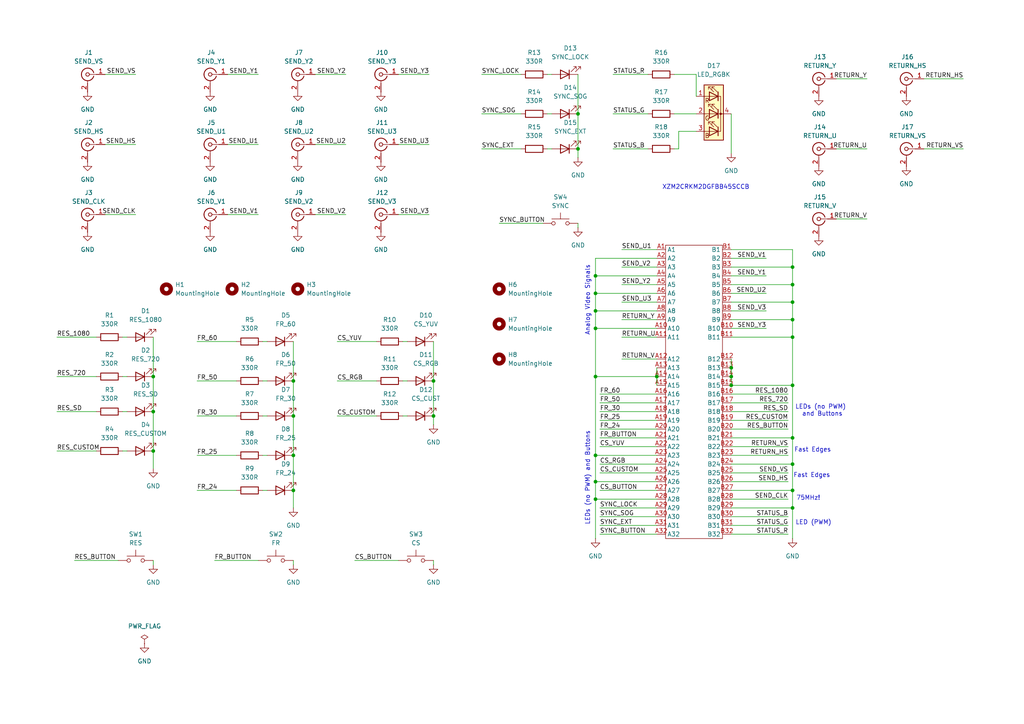
<source format=kicad_sch>
(kicad_sch (version 20250114) (generator "eeschema") (generator_version "9.0")
  (paper "A4")
  (lib_symbols
    (symbol "Connector:Conn_Coaxial" (pin_names (offset 1.016) (hide yes))
      (property "Reference" "J" (at 0.254 3.048 0))
      (property "Value" "Conn_Coaxial" (at 2.921 0 90))
      (symbol "Conn_Coaxial_0_1"
        (polyline (pts (xy -2.54 0) (xy -0.508 0)))
        (arc (start 1.778 0) (mid 0.222 -1.8079) (end -1.778 -0.508) (stroke (width 0.254)))
        (arc (start -1.778 0.508) (mid 0.2221 1.8084) (end 1.778 0) (stroke (width 0.254)))
        (circle (center 0 0) (radius 0.508) (stroke (width 0.2032)))
        (polyline (pts (xy 0 -2.54) (xy 0 -1.778)))
      )
      (symbol "Conn_Coaxial_1_1"
        (pin passive line (at -5.08 0 0) (length 2.54) (name "In") (number "1"))
        (pin passive line (at 0 -5.08 90) (length 2.54) (name "Ext") (number "2"))
      )
    )
    (symbol "Device:LED" (pin_numbers (hide yes)) (pin_names (offset 1.016) (hide yes))
      (property "Reference" "D" (at 0 2.54 0))
      (property "Value" "LED" (at 0 -2.54 0))
      (symbol "LED_0_1"
        (polyline (pts (xy -3.048 -0.762) (xy -4.572 -2.286) (xy -3.81 -2.286) (xy -4.572 -2.286) (xy -4.572 -1.524)))
        (polyline (pts (xy -1.778 -0.762) (xy -3.302 -2.286) (xy -2.54 -2.286) (xy -3.302 -2.286) (xy -3.302 -1.524)))
        (polyline (pts (xy -1.27 0) (xy 1.27 0)))
        (polyline (pts (xy -1.27 -1.27) (xy -1.27 1.27)) (stroke (width 0.254)))
        (polyline (pts (xy 1.27 -1.27) (xy 1.27 1.27) (xy -1.27 0) (xy 1.27 -1.27)) (stroke (width 0.254)))
      )
      (symbol "LED_1_1"
        (pin passive line (at -3.81 0 0) (length 2.54) (name "K") (number "1"))
        (pin passive line (at 3.81 0 180) (length 2.54) (name "A") (number "2"))
      )
    )
    (symbol "Device:LED_RGBK" (pin_names (offset 0) (hide yes))
      (property "Reference" "D" (at 0 9.398 0))
      (property "Value" "LED_RGBK" (at 0 -8.89 0))
      (symbol "LED_RGBK_0_0"
        (text "R" (at 1.905 3.81 0) (effects (font (size 1.27 1.27))))
        (text "G" (at 1.905 -1.27 0) (effects (font (size 1.27 1.27))))
        (text "B" (at 1.905 -6.35 0) (effects (font (size 1.27 1.27))))
      )
      (symbol "LED_RGBK_0_1"
        (circle (center -2.032 0) (radius 0.254) (fill (type outline)))
        (polyline (pts (xy -1.27 6.35) (xy -1.27 3.81)) (stroke (width 0.254)))
        (polyline (pts (xy -1.27 6.35) (xy -1.27 3.81) (xy -1.27 3.81)))
        (polyline (pts (xy -1.27 5.08) (xy 1.27 5.08)))
        (polyline (pts (xy -1.27 5.08) (xy -2.032 5.08) (xy -2.032 -5.08) (xy -1.016 -5.08)))
        (polyline (pts (xy -1.27 1.27) (xy -1.27 -1.27)) (stroke (width 0.254)))
        (polyline (pts (xy -1.27 1.27) (xy -1.27 -1.27) (xy -1.27 -1.27)))
        (polyline (pts (xy -1.27 0) (xy -2.54 0)))
        (polyline (pts (xy -1.27 -3.81) (xy -1.27 -6.35)) (stroke (width 0.254)))
        (polyline (pts (xy -1.27 -5.08) (xy 1.27 -5.08)))
        (polyline (pts (xy -1.016 6.35) (xy 0.508 7.874) (xy -0.254 7.874) (xy 0.508 7.874) (xy 0.508 7.112)))
        (polyline (pts (xy -1.016 1.27) (xy 0.508 2.794) (xy -0.254 2.794) (xy 0.508 2.794) (xy 0.508 2.032)))
        (polyline (pts (xy -1.016 -3.81) (xy 0.508 -2.286) (xy -0.254 -2.286) (xy 0.508 -2.286) (xy 0.508 -3.048)))
        (polyline (pts (xy 0 6.35) (xy 1.524 7.874) (xy 0.762 7.874) (xy 1.524 7.874) (xy 1.524 7.112)))
        (polyline (pts (xy 0 1.27) (xy 1.524 2.794) (xy 0.762 2.794) (xy 1.524 2.794) (xy 1.524 2.032)))
        (polyline (pts (xy 0 -3.81) (xy 1.524 -2.286) (xy 0.762 -2.286) (xy 1.524 -2.286) (xy 1.524 -3.048)))
        (polyline (pts (xy 1.27 6.35) (xy 1.27 3.81) (xy -1.27 5.08) (xy 1.27 6.35)) (stroke (width 0.254)))
        (rectangle (start 1.27 6.35) (end 1.27 6.35))
        (polyline (pts (xy 1.27 5.08) (xy 2.54 5.08)))
        (rectangle (start 1.27 3.81) (end 1.27 6.35))
        (polyline (pts (xy 1.27 1.27) (xy 1.27 -1.27) (xy -1.27 0) (xy 1.27 1.27)) (stroke (width 0.254)))
        (rectangle (start 1.27 1.27) (end 1.27 1.27))
        (polyline (pts (xy 1.27 0) (xy -1.27 0)))
        (polyline (pts (xy 1.27 0) (xy 2.54 0)))
        (rectangle (start 1.27 -1.27) (end 1.27 1.27))
        (polyline (pts (xy 1.27 -3.81) (xy 1.27 -6.35) (xy -1.27 -5.08) (xy 1.27 -3.81)) (stroke (width 0.254)))
        (polyline (pts (xy 1.27 -5.08) (xy 2.54 -5.08)))
        (rectangle (start 2.794 8.382) (end -2.794 -7.62) (stroke (width 0.254)) (fill (type background)))
      )
      (symbol "LED_RGBK_1_1"
        (pin passive line (at -5.08 0 0) (length 2.54) (name "K") (number "4"))
        (pin passive line (at 5.08 5.08 180) (length 2.54) (name "RA") (number "1"))
        (pin passive line (at 5.08 0 180) (length 2.54) (name "GA") (number "2"))
        (pin passive line (at 5.08 -5.08 180) (length 2.54) (name "BA") (number "3"))
      )
    )
    (symbol "Device:R" (pin_numbers (hide yes)) (pin_names (offset 0))
      (property "Reference" "R" (at 2.032 0 90))
      (property "Value" "R" (at 0 0 90))
      (symbol "R_0_1"
        (rectangle (start -1.016 -2.54) (end 1.016 2.54) (stroke (width 0.254)))
      )
      (symbol "R_1_1"
        (pin passive line (at 0 3.81 270) (length 1.27) (name "~") (number "1"))
        (pin passive line (at 0 -3.81 90) (length 1.27) (name "~") (number "2"))
      )
    )
    (symbol "Mechanical:MountingHole" (pin_names (offset 1.016)) (in_bom no)
      (property "Reference" "H" (at 0 5.08 0))
      (property "Value" "MountingHole" (at 0 3.175 0))
      (symbol "MountingHole_0_1"
        (circle (center 0 0) (radius 1.27) (stroke (width 1.27)))
      )
    )
    (symbol "Switch:SW_Push" (pin_numbers (hide yes)) (pin_names (offset 1.016) (hide yes))
      (property "Reference" "SW" (at 1.27 2.54 0))
      (property "Value" "SW_Push" (at 0 -1.524 0))
      (symbol "SW_Push_0_1"
        (circle (center -2.032 0) (radius 0.508))
        (polyline (pts (xy 0 1.27) (xy 0 3.048)))
        (circle (center 2.032 0) (radius 0.508))
        (polyline (pts (xy 2.54 1.27) (xy -2.54 1.27)))
        (pin passive line (at -5.08 0 0) (length 2.54) (name "1") (number "1"))
        (pin passive line (at 5.08 0 180) (length 2.54) (name "2") (number "2"))
      )
    )
    (symbol "power:GND" (power) (pin_numbers (hide yes)) (pin_names (offset 0) (hide yes))
      (property "Value" "GND" (at 0 -3.81 0))
      (symbol "GND_0_1"
        (polyline (pts (xy 0 0) (xy 0 -1.27) (xy 1.27 -1.27) (xy 0 -2.54) (xy -1.27 -1.27) (xy 0 -1.27)))
      )
      (symbol "GND_1_1"
        (pin power_in line (at 0 0 270) (length 0) (name "~") (number "1"))
      )
    )
    (symbol "power:GNDA" (power) (pin_numbers (hide yes)) (pin_names (offset 0) (hide yes))
      (property "Value" "GNDA" (at 0 -3.81 0))
      (symbol "GNDA_0_1"
        (polyline (pts (xy 0 0) (xy 0 -1.27) (xy 1.27 -1.27) (xy 0 -2.54) (xy -1.27 -1.27) (xy 0 -1.27)))
      )
      (symbol "GNDA_1_1"
        (pin power_in line (at 0 0 270) (length 0) (name "~") (number "1"))
      )
    )
    (symbol "power:PWR_FLAG" (power) (pin_numbers (hide yes)) (pin_names (offset 0) (hide yes))
      (property "Value" "PWR_FLAG" (at 0 3.81 0))
      (symbol "PWR_FLAG_0_0"
        (pin power_out line (at 0 0 90) (length 0) (name "~") (number "1"))
      )
      (symbol "PWR_FLAG_0_1"
        (polyline (pts (xy 0 0) (xy 0 1.27) (xy -1.016 1.905) (xy 0 2.54) (xy 1.016 1.905) (xy 0 1.27)))
      )
    )
    (symbol "superchromat:Bus_PCI_Express_x4-SCION"
      (symbol "Bus_PCI_Express_x4-SCION_0_1"
        (rectangle (start -13.97 13.97) (end 2.54 -71.12))
      )
      (symbol "Bus_PCI_Express_x4-SCION_1_1"
        (pin input line (at -16.51 12.7 0) (length 2.54) (name "A1") (number "A1"))
        (pin input line (at -16.51 10.16 0) (length 2.54) (name "A2") (number "A2"))
        (pin input line (at -16.51 7.62 0) (length 2.54) (name "A3") (number "A3"))
        (pin input line (at -16.51 5.08 0) (length 2.54) (name "A4") (number "A4"))
        (pin input line (at -16.51 2.54 0) (length 2.54) (name "A5") (number "A5"))
        (pin input line (at -16.51 0 0) (length 2.54) (name "A6") (number "A6"))
        (pin input line (at -16.51 -2.54 0) (length 2.54) (name "A7") (number "A7"))
        (pin input line (at -16.51 -5.08 0) (length 2.54) (name "A8") (number "A8"))
        (pin input line (at -16.51 -7.62 0) (length 2.54) (name "A9") (number "A9"))
        (pin input line (at -16.51 -10.16 0) (length 2.54) (name "A10") (number "A10"))
        (pin input line (at -16.51 -12.7 0) (length 2.54) (name "A11") (number "A11"))
        (pin input line (at -16.51 -19.05 0) (length 2.54) (name "A12") (number "A12"))
        (pin input line (at -16.51 -21.59 0) (length 2.54) (name "A13") (number "A13"))
        (pin input line (at -16.51 -24.13 0) (length 2.54) (name "A14") (number "A14"))
        (pin input line (at -16.51 -26.67 0) (length 2.54) (name "A15") (number "A15"))
        (pin input line (at -16.51 -29.21 0) (length 2.54) (name "A16") (number "A16"))
        (pin input line (at -16.51 -31.75 0) (length 2.54) (name "A17") (number "A17"))
        (pin input line (at -16.51 -34.29 0) (length 2.54) (name "A18") (number "A18"))
        (pin input line (at -16.51 -36.83 0) (length 2.54) (name "A19") (number "A19"))
        (pin input line (at -16.51 -39.37 0) (length 2.54) (name "A20") (number "A20"))
        (pin input line (at -16.51 -41.91 0) (length 2.54) (name "A21") (number "A21"))
        (pin input line (at -16.51 -44.45 0) (length 2.54) (name "A22") (number "A22"))
        (pin input line (at -16.51 -46.99 0) (length 2.54) (name "A23") (number "A23"))
        (pin input line (at -16.51 -49.53 0) (length 2.54) (name "A24") (number "A24"))
        (pin input line (at -16.51 -52.07 0) (length 2.54) (name "A25") (number "A25"))
        (pin input line (at -16.51 -54.61 0) (length 2.54) (name "A26") (number "A26"))
        (pin input line (at -16.51 -57.15 0) (length 2.54) (name "A27") (number "A27"))
        (pin input line (at -16.51 -59.69 0) (length 2.54) (name "A28") (number "A28"))
        (pin input line (at -16.51 -62.23 0) (length 2.54) (name "A29") (number "A29"))
        (pin input line (at -16.51 -64.77 0) (length 2.54) (name "A30") (number "A30"))
        (pin input line (at -16.51 -67.31 0) (length 2.54) (name "A31") (number "A31"))
        (pin input line (at -16.51 -69.85 0) (length 2.54) (name "A32") (number "A32"))
        (pin input line (at 5.08 12.7 180) (length 2.54) (name "B1") (number "B1"))
        (pin input line (at 5.08 10.16 180) (length 2.54) (name "B2") (number "B2"))
        (pin input line (at 5.08 7.62 180) (length 2.54) (name "B3") (number "B3"))
        (pin input line (at 5.08 5.08 180) (length 2.54) (name "B4") (number "B4"))
        (pin input line (at 5.08 2.54 180) (length 2.54) (name "B5") (number "B5"))
        (pin input line (at 5.08 0 180) (length 2.54) (name "B6") (number "B6"))
        (pin input line (at 5.08 -2.54 180) (length 2.54) (name "B7") (number "B7"))
        (pin input line (at 5.08 -5.08 180) (length 2.54) (name "B8") (number "B8"))
        (pin input line (at 5.08 -7.62 180) (length 2.54) (name "B9") (number "B9"))
        (pin input line (at 5.08 -10.16 180) (length 2.54) (name "B10") (number "B10"))
        (pin input line (at 5.08 -12.7 180) (length 2.54) (name "B11") (number "B11"))
        (pin input line (at 5.08 -19.05 180) (length 2.54) (name "B12") (number "B12"))
        (pin input line (at 5.08 -21.59 180) (length 2.54) (name "B13") (number "B13"))
        (pin input line (at 5.08 -24.13 180) (length 2.54) (name "B14") (number "B14"))
        (pin input line (at 5.08 -26.67 180) (length 2.54) (name "B15") (number "B15"))
        (pin input line (at 5.08 -29.21 180) (length 2.54) (name "B16") (number "B16"))
        (pin input line (at 5.08 -31.75 180) (length 2.54) (name "B17") (number "B17"))
        (pin input line (at 5.08 -34.29 180) (length 2.54) (name "B18") (number "B18"))
        (pin input line (at 5.08 -36.83 180) (length 2.54) (name "B19") (number "B19"))
        (pin input line (at 5.08 -39.37 180) (length 2.54) (name "B20") (number "B20"))
        (pin input line (at 5.08 -41.91 180) (length 2.54) (name "B21") (number "B21"))
        (pin input line (at 5.08 -44.45 180) (length 2.54) (name "B22") (number "B22"))
        (pin input line (at 5.08 -46.99 180) (length 2.54) (name "B23") (number "B23"))
        (pin input line (at 5.08 -49.53 180) (length 2.54) (name "B24") (number "B24"))
        (pin input line (at 5.08 -52.07 180) (length 2.54) (name "B25") (number "B25"))
        (pin input line (at 5.08 -54.61 180) (length 2.54) (name "B26") (number "B26"))
        (pin input line (at 5.08 -57.15 180) (length 2.54) (name "B27") (number "B27"))
        (pin input line (at 5.08 -59.69 180) (length 2.54) (name "B28") (number "B28"))
        (pin input line (at 5.08 -62.23 180) (length 2.54) (name "B29") (number "B29"))
        (pin input line (at 5.08 -64.77 180) (length 2.54) (name "B30") (number "B30"))
        (pin input line (at 5.08 -67.31 180) (length 2.54) (name "B31") (number "B31"))
        (pin input line (at 5.08 -69.85 180) (length 2.54) (name "B32") (number "B32"))
      )
    )
  )
  (text "75MHz!" (at 234.442 144.526 0) (effects (font (size 1.27 1.27))))
  (text "Analog Video Signals" (at 170.434 87.122 90) (effects (font (size 1.27 1.27))))
  (text "LEDs (no PWM) and Buttons" (at 170.434 138.684 90) (effects (font (size 1.27 1.27))))
  (text "LED (PWM)" (at 235.966 151.638 0) (effects (font (size 1.27 1.27))))
  (text "XZM2CRKM2DGFBB45SCCB\n" (at 204.724 54.356 0) (effects (font (size 1.27 1.27))))
  (text "LEDs (no PWM) \nand Buttons" (at 238.506 119.126 0) (effects (font (size 1.27 1.27))))
  (text "Fast Edges" (at 235.712 130.556 0) (effects (font (size 1.27 1.27))))
  (text "Fast Edges" (at 235.458 137.922 0) (effects (font (size 1.27 1.27))))
  (junction (at 229.87 92.71))
  (junction (at 44.45 119.38))
  (junction (at 85.09 120.65))
  (junction (at 229.87 134.62))
  (junction (at 172.72 144.78))
  (junction (at 190.5 109.22))
  (junction (at 229.87 127))
  (junction (at 172.72 80.01))
  (junction (at 85.09 142.24))
  (junction (at 85.09 110.49))
  (junction (at 229.87 111.76))
  (junction (at 125.73 110.49))
  (junction (at 212.09 106.68))
  (junction (at 172.72 109.22))
  (junction (at 85.09 132.08))
  (junction (at 172.72 95.25))
  (junction (at 44.45 130.81))
  (junction (at 172.72 85.09))
  (junction (at 229.87 82.55))
  (junction (at 172.72 139.7))
  (junction (at 229.87 147.32))
  (junction (at 125.73 120.65))
  (junction (at 212.09 111.76))
  (junction (at 229.87 97.79))
  (junction (at 229.87 77.47))
  (junction (at 172.72 132.08))
  (junction (at 229.87 142.24))
  (junction (at 44.45 109.22))
  (junction (at 172.72 90.17))
  (junction (at 167.64 43.18))
  (junction (at 167.64 33.02))
  (junction (at 212.09 109.22))
  (junction (at 229.87 87.63))
  (wire (pts (xy 116.84 110.49) (xy 118.11 110.49)))
  (wire (pts (xy 173.99 119.38) (xy 190.5 119.38)))
  (wire (pts (xy 190.5 106.68) (xy 190.5 109.22)))
  (wire (pts (xy 201.93 21.59) (xy 201.93 27.94)))
  (wire (pts (xy 173.99 154.94) (xy 190.5 154.94)))
  (wire (pts (xy 173.99 114.3) (xy 190.5 114.3)))
  (wire (pts (xy 57.15 142.24) (xy 68.58 142.24)))
  (wire (pts (xy 35.56 109.22) (xy 36.83 109.22)))
  (wire (pts (xy 57.15 132.08) (xy 68.58 132.08)))
  (wire (pts (xy 66.04 62.23) (xy 74.93 62.23)))
  (wire (pts (xy 167.64 64.77) (xy 167.64 66.04)))
  (wire (pts (xy 180.34 82.55) (xy 190.5 82.55)))
  (wire (pts (xy 44.45 97.79) (xy 44.45 109.22)))
  (wire (pts (xy 172.72 132.08) (xy 172.72 139.7)))
  (wire (pts (xy 173.99 142.24) (xy 190.5 142.24)))
  (wire (pts (xy 158.75 21.59) (xy 160.02 21.59)))
  (wire (pts (xy 212.09 132.08) (xy 228.6 132.08)))
  (wire (pts (xy 212.09 104.14) (xy 212.09 106.68)))
  (wire (pts (xy 44.45 119.38) (xy 44.45 130.81)))
  (wire (pts (xy 16.51 109.22) (xy 27.94 109.22)))
  (wire (pts (xy 229.87 87.63) (xy 229.87 92.71)))
  (wire (pts (xy 229.87 72.39) (xy 229.87 77.47)))
  (wire (pts (xy 158.75 43.18) (xy 160.02 43.18)))
  (wire (pts (xy 267.97 22.86) (xy 279.4 22.86)))
  (wire (pts (xy 172.72 90.17) (xy 190.5 90.17)))
  (wire (pts (xy 125.73 99.06) (xy 125.73 110.49)))
  (wire (pts (xy 97.79 99.06) (xy 109.22 99.06)))
  (wire (pts (xy 44.45 130.81) (xy 44.45 135.89)))
  (wire (pts (xy 173.99 129.54) (xy 190.5 129.54)))
  (wire (pts (xy 212.09 77.47) (xy 229.87 77.47)))
  (wire (pts (xy 85.09 142.24) (xy 85.09 147.32)))
  (wire (pts (xy 195.58 43.18) (xy 196.85 43.18)))
  (wire (pts (xy 91.44 21.59) (xy 100.33 21.59)))
  (wire (pts (xy 167.64 21.59) (xy 167.64 33.02)))
  (wire (pts (xy 212.09 106.68) (xy 212.09 109.22)))
  (wire (pts (xy 212.09 82.55) (xy 229.87 82.55)))
  (wire (pts (xy 30.48 62.23) (xy 39.37 62.23)))
  (wire (pts (xy 115.57 21.59) (xy 124.46 21.59)))
  (wire (pts (xy 229.87 134.62) (xy 229.87 142.24)))
  (wire (pts (xy 44.45 109.22) (xy 44.45 119.38)))
  (wire (pts (xy 212.09 149.86) (xy 228.6 149.86)))
  (wire (pts (xy 97.79 120.65) (xy 109.22 120.65)))
  (wire (pts (xy 212.09 72.39) (xy 229.87 72.39)))
  (wire (pts (xy 172.72 80.01) (xy 172.72 74.93)))
  (wire (pts (xy 35.56 119.38) (xy 36.83 119.38)))
  (wire (pts (xy 173.99 152.4) (xy 190.5 152.4)))
  (wire (pts (xy 212.09 114.3) (xy 228.6 114.3)))
  (wire (pts (xy 172.72 85.09) (xy 190.5 85.09)))
  (wire (pts (xy 229.87 127) (xy 212.09 127)))
  (wire (pts (xy 57.15 120.65) (xy 68.58 120.65)))
  (wire (pts (xy 212.09 116.84) (xy 228.6 116.84)))
  (wire (pts (xy 212.09 152.4) (xy 228.6 152.4)))
  (wire (pts (xy 190.5 95.25) (xy 172.72 95.25)))
  (wire (pts (xy 196.85 43.18) (xy 196.85 38.1)))
  (wire (pts (xy 172.72 80.01) (xy 190.5 80.01)))
  (wire (pts (xy 212.09 87.63) (xy 229.87 87.63)))
  (wire (pts (xy 167.64 33.02) (xy 167.64 43.18)))
  (wire (pts (xy 116.84 99.06) (xy 118.11 99.06)))
  (wire (pts (xy 180.34 72.39) (xy 190.5 72.39)))
  (wire (pts (xy 172.72 74.93) (xy 190.5 74.93)))
  (wire (pts (xy 229.87 111.76) (xy 229.87 127)))
  (wire (pts (xy 242.57 22.86) (xy 251.46 22.86)))
  (wire (pts (xy 16.51 130.81) (xy 27.94 130.81)))
  (wire (pts (xy 172.72 90.17) (xy 172.72 95.25)))
  (wire (pts (xy 172.72 139.7) (xy 190.5 139.7)))
  (wire (pts (xy 173.99 124.46) (xy 190.5 124.46)))
  (wire (pts (xy 66.04 21.59) (xy 74.93 21.59)))
  (wire (pts (xy 212.09 85.09) (xy 222.25 85.09)))
  (wire (pts (xy 91.44 41.91) (xy 100.33 41.91)))
  (wire (pts (xy 57.15 110.49) (xy 68.58 110.49)))
  (wire (pts (xy 195.58 33.02) (xy 201.93 33.02)))
  (wire (pts (xy 173.99 147.32) (xy 190.5 147.32)))
  (wire (pts (xy 97.79 110.49) (xy 109.22 110.49)))
  (wire (pts (xy 102.87 162.56) (xy 115.57 162.56)))
  (wire (pts (xy 173.99 121.92) (xy 190.5 121.92)))
  (wire (pts (xy 196.85 38.1) (xy 201.93 38.1)))
  (wire (pts (xy 85.09 132.08) (xy 85.09 142.24)))
  (wire (pts (xy 172.72 139.7) (xy 172.72 144.78)))
  (wire (pts (xy 212.09 144.78) (xy 228.6 144.78)))
  (wire (pts (xy 167.64 43.18) (xy 167.64 45.72)))
  (wire (pts (xy 212.09 90.17) (xy 222.25 90.17)))
  (wire (pts (xy 172.72 144.78) (xy 172.72 156.21)))
  (wire (pts (xy 190.5 109.22) (xy 172.72 109.22)))
  (wire (pts (xy 62.23 162.56) (xy 74.93 162.56)))
  (wire (pts (xy 180.34 87.63) (xy 190.5 87.63)))
  (wire (pts (xy 16.51 119.38) (xy 27.94 119.38)))
  (wire (pts (xy 76.2 132.08) (xy 77.47 132.08)))
  (wire (pts (xy 172.72 95.25) (xy 172.72 109.22)))
  (wire (pts (xy 177.8 33.02) (xy 187.96 33.02)))
  (wire (pts (xy 229.87 82.55) (xy 229.87 87.63)))
  (wire (pts (xy 76.2 99.06) (xy 77.47 99.06)))
  (wire (pts (xy 172.72 90.17) (xy 172.72 85.09)))
  (wire (pts (xy 125.73 162.56) (xy 125.73 163.83)))
  (wire (pts (xy 229.87 142.24) (xy 229.87 147.32)))
  (wire (pts (xy 190.5 109.22) (xy 190.5 111.76)))
  (wire (pts (xy 91.44 62.23) (xy 100.33 62.23)))
  (wire (pts (xy 195.58 21.59) (xy 201.93 21.59)))
  (wire (pts (xy 229.87 77.47) (xy 229.87 82.55)))
  (wire (pts (xy 229.87 156.21) (xy 229.87 147.32)))
  (wire (pts (xy 16.51 97.79) (xy 27.94 97.79)))
  (wire (pts (xy 30.48 41.91) (xy 39.37 41.91)))
  (wire (pts (xy 173.99 137.16) (xy 190.5 137.16)))
  (wire (pts (xy 76.2 110.49) (xy 77.47 110.49)))
  (wire (pts (xy 180.34 104.14) (xy 190.5 104.14)))
  (wire (pts (xy 76.2 142.24) (xy 77.47 142.24)))
  (wire (pts (xy 115.57 41.91) (xy 124.46 41.91)))
  (wire (pts (xy 139.7 33.02) (xy 151.13 33.02)))
  (wire (pts (xy 172.72 85.09) (xy 172.72 80.01)))
  (wire (pts (xy 173.99 127) (xy 190.5 127)))
  (wire (pts (xy 212.09 80.01) (xy 222.25 80.01)))
  (wire (pts (xy 139.7 21.59) (xy 151.13 21.59)))
  (wire (pts (xy 158.75 33.02) (xy 160.02 33.02)))
  (wire (pts (xy 35.56 130.81) (xy 36.83 130.81)))
  (wire (pts (xy 177.8 43.18) (xy 187.96 43.18)))
  (wire (pts (xy 177.8 21.59) (xy 187.96 21.59)))
  (wire (pts (xy 30.48 21.59) (xy 39.37 21.59)))
  (wire (pts (xy 212.09 137.16) (xy 228.6 137.16)))
  (wire (pts (xy 212.09 147.32) (xy 229.87 147.32)))
  (wire (pts (xy 115.57 62.23) (xy 124.46 62.23)))
  (wire (pts (xy 229.87 92.71) (xy 229.87 97.79)))
  (wire (pts (xy 212.09 97.79) (xy 229.87 97.79)))
  (wire (pts (xy 172.72 144.78) (xy 190.5 144.78)))
  (wire (pts (xy 173.99 134.62) (xy 190.5 134.62)))
  (wire (pts (xy 144.78 64.77) (xy 157.48 64.77)))
  (wire (pts (xy 44.45 162.56) (xy 44.45 163.83)))
  (wire (pts (xy 85.09 110.49) (xy 85.09 120.65)))
  (wire (pts (xy 35.56 97.79) (xy 36.83 97.79)))
  (wire (pts (xy 172.72 109.22) (xy 172.72 132.08)))
  (wire (pts (xy 173.99 149.86) (xy 190.5 149.86)))
  (wire (pts (xy 85.09 120.65) (xy 85.09 132.08)))
  (wire (pts (xy 212.09 129.54) (xy 228.6 129.54)))
  (wire (pts (xy 125.73 120.65) (xy 125.73 123.19)))
  (wire (pts (xy 212.09 139.7) (xy 228.6 139.7)))
  (wire (pts (xy 125.73 110.49) (xy 125.73 120.65)))
  (wire (pts (xy 229.87 97.79) (xy 229.87 111.76)))
  (wire (pts (xy 180.34 77.47) (xy 190.5 77.47)))
  (wire (pts (xy 212.09 121.92) (xy 228.6 121.92)))
  (wire (pts (xy 116.84 120.65) (xy 118.11 120.65)))
  (wire (pts (xy 180.34 97.79) (xy 190.5 97.79)))
  (wire (pts (xy 173.99 116.84) (xy 190.5 116.84)))
  (wire (pts (xy 212.09 95.25) (xy 222.25 95.25)))
  (wire (pts (xy 180.34 92.71) (xy 190.5 92.71)))
  (wire (pts (xy 229.87 134.62) (xy 229.87 127)))
  (wire (pts (xy 212.09 119.38) (xy 228.6 119.38)))
  (wire (pts (xy 212.09 74.93) (xy 222.25 74.93)))
  (wire (pts (xy 212.09 33.02) (xy 212.09 44.45)))
  (wire (pts (xy 139.7 43.18) (xy 151.13 43.18)))
  (wire (pts (xy 57.15 99.06) (xy 68.58 99.06)))
  (wire (pts (xy 85.09 162.56) (xy 85.09 163.83)))
  (wire (pts (xy 242.57 63.5) (xy 251.46 63.5)))
  (wire (pts (xy 212.09 154.94) (xy 228.6 154.94)))
  (wire (pts (xy 212.09 109.22) (xy 212.09 111.76)))
  (wire (pts (xy 267.97 43.18) (xy 279.4 43.18)))
  (wire (pts (xy 212.09 92.71) (xy 229.87 92.71)))
  (wire (pts (xy 212.09 124.46) (xy 228.6 124.46)))
  (wire (pts (xy 76.2 120.65) (xy 77.47 120.65)))
  (wire (pts (xy 212.09 111.76) (xy 229.87 111.76)))
  (wire (pts (xy 212.09 134.62) (xy 229.87 134.62)))
  (wire (pts (xy 85.09 99.06) (xy 85.09 110.49)))
  (wire (pts (xy 66.04 41.91) (xy 74.93 41.91)))
  (wire (pts (xy 212.09 142.24) (xy 229.87 142.24)))
  (wire (pts (xy 21.59 162.56) (xy 34.29 162.56)))
  (wire (pts (xy 242.57 43.18) (xy 251.46 43.18)))
  (wire (pts (xy 172.72 132.08) (xy 190.5 132.08)))
  (label "CS_BUTTON" (at 102.87 162.56 0))
  (label "FR_25" (at 57.15 132.08 0))
  (label "FR_60" (at 173.99 114.3 0))
  (label "CS_CUSTOM" (at 173.99 137.16 0))
  (label "FR_24" (at 57.15 142.24 0))
  (label "RETURN_U" (at 251.46 43.18 180))
  (label "STATUS_B" (at 228.6 149.86 180))
  (label "RES_BUTTON" (at 21.59 162.56 0))
  (label "CS_RGB" (at 97.79 110.49 0))
  (label "SEND_VS" (at 39.37 21.59 180))
  (label "FR_50" (at 57.15 110.49 0))
  (label "SEND_U1" (at 180.34 72.39 0))
  (label "SEND_Y1" (at 74.93 21.59 180))
  (label "RES_720" (at 16.51 109.22 0))
  (label "SEND_U3" (at 124.46 41.91 180))
  (label "CS_YUV" (at 173.99 129.54 0))
  (label "RETURN_VS" (at 228.6 129.54 180))
  (label "FR_60" (at 57.15 99.06 0))
  (label "SEND_U2" (at 222.25 85.09 180))
  (label "STATUS_B" (at 177.8 43.18 0))
  (label "SEND_Y2" (at 180.34 82.55 0))
  (label "SEND_V1" (at 74.93 62.23 180))
  (label "SEND_HS" (at 228.6 139.7 180))
  (label "RETURN_U" (at 180.34 97.79 0))
  (label "SEND_U3" (at 180.34 87.63 0))
  (label "SEND_U1" (at 74.93 41.91 180))
  (label "FR_30" (at 173.99 119.38 0))
  (label "CS_BUTTON" (at 173.99 142.24 0))
  (label "STATUS_R" (at 177.8 21.59 0))
  (label "RES_1080" (at 228.6 114.3 180))
  (label "SEND_U2" (at 100.33 41.91 180))
  (label "RETURN_Y" (at 251.46 22.86 180))
  (label "SEND_Y3" (at 222.25 95.25 180))
  (label "RES_BUTTON" (at 228.6 124.46 180))
  (label "RETURN_HS" (at 228.6 132.08 180))
  (label "SYNC_EXT" (at 139.7 43.18 0))
  (label "CS_CUSTOM" (at 97.79 120.65 0))
  (label "RES_CUSTOM" (at 16.51 130.81 0))
  (label "STATUS_G" (at 228.6 152.4 180))
  (label "SEND_Y3" (at 124.46 21.59 180))
  (label "SEND_V2" (at 180.34 77.47 0))
  (label "SEND_V3" (at 222.25 90.17 180))
  (label "SYNC_LOCK" (at 139.7 21.59 0))
  (label "SEND_V2" (at 100.33 62.23 180))
  (label "FR_BUTTON" (at 62.23 162.56 0))
  (label "SEND_CLK" (at 228.6 144.78 180))
  (label "SEND_Y1" (at 222.25 80.01 180))
  (label "SEND_V1" (at 222.25 74.93 180))
  (label "SYNC_EXT" (at 173.99 152.4 0))
  (label "CS_RGB" (at 173.99 134.62 0))
  (label "SEND_VS" (at 228.6 137.16 180))
  (label "SEND_Y2" (at 100.33 21.59 180))
  (label "SYNC_BUTTON" (at 173.99 154.94 0))
  (label "RETURN_V" (at 251.46 63.5 180))
  (label "FR_BUTTON" (at 173.99 127 0))
  (label "FR_24" (at 173.99 124.46 0))
  (label "RETURN_VS" (at 279.4 43.18 180))
  (label "RES_720" (at 228.6 116.84 180))
  (label "STATUS_G" (at 177.8 33.02 0))
  (label "SYNC_SOG" (at 173.99 149.86 0))
  (label "SEND_HS" (at 39.37 41.91 180))
  (label "RES_1080" (at 16.51 97.79 0))
  (label "SEND_V3" (at 124.46 62.23 180))
  (label "SYNC_SOG" (at 139.7 33.02 0))
  (label "FR_50" (at 173.99 116.84 0))
  (label "CS_YUV" (at 97.79 99.06 0))
  (label "RES_SD" (at 16.51 119.38 0))
  (label "RETURN_V" (at 180.34 104.14 0))
  (label "FR_30" (at 57.15 120.65 0))
  (label "STATUS_R" (at 228.6 154.94 180))
  (label "SYNC_LOCK" (at 173.99 147.32 0))
  (label "RETURN_HS" (at 279.4 22.86 180))
  (label "RETURN_Y" (at 180.34 92.71 0))
  (label "SYNC_BUTTON" (at 144.78 64.77 0))
  (label "RES_CUSTOM" (at 228.6 121.92 180))
  (label "RES_SD" (at 228.6 119.38 180))
  (label "FR_25" (at 173.99 121.92 0))
  (label "SEND_CLK" (at 39.37 62.23 180))
  (symbol (lib_id "Device:R") (at 72.39 110.49 90) (unit 1)
    (property "Reference" "R6" (at 72.39 104.14 90))
    (property "Value" "330R" (at 72.39 106.68 90))
    (property "Footprint" "Resistor_SMD:R_0402_1005Metric" (effects (hide yes)))
    (property "Description" "Resistor" (effects (hide yes)))
  )
  (symbol (lib_id "Device:R") (at 72.39 132.08 90) (unit 1)
    (property "Reference" "R8" (at 72.39 125.73 90))
    (property "Value" "330R" (at 72.39 128.27 90))
    (property "Footprint" "Resistor_SMD:R_0402_1005Metric" (effects (hide yes)))
    (property "Description" "Resistor" (effects (hide yes)))
  )
  (symbol (lib_id "Device:R") (at 154.94 33.02 90) (unit 1)
    (property "Reference" "R14" (at 154.94 26.67 90))
    (property "Value" "330R" (at 154.94 29.21 90))
    (property "Footprint" "Resistor_SMD:R_0402_1005Metric" (effects (hide yes)))
    (property "Description" "Resistor" (effects (hide yes)))
  )
  (symbol (lib_id "power:GNDA") (at 110.49 26.67 0) (unit 1)
    (property "Reference" "#PWR010" (effects (hide yes)))
    (property "Value" "GND" (at 110.49 31.75 0))
    (property "Description" "Power symbol creates a global label with name \"GNDA\" , analog ground" (effects (hide yes)))
  )
  (symbol (lib_id "power:GNDA") (at 110.49 67.31 0) (unit 1)
    (property "Reference" "#PWR012" (effects (hide yes)))
    (property "Value" "GND" (at 110.49 72.39 0))
    (property "Description" "Power symbol creates a global label with name \"GNDA\" , analog ground" (effects (hide yes)))
  )
  (symbol (lib_id "power:GND") (at 125.73 163.83 0) (unit 1)
    (property "Reference" "#PWR027" (effects (hide yes)))
    (property "Value" "GND" (at 125.73 168.91 0))
    (property "Description" "Power symbol creates a global label with name \"GND\" , ground" (effects (hide yes)))
  )
  (symbol (lib_id "Device:LED") (at 81.28 120.65 180) (unit 1)
    (property "Reference" "D7" (at 82.8675 113.03 0))
    (property "Value" "FR_30" (at 82.8675 115.57 0))
    (property "Footprint" "LED_SMD:LED_0805_2012Metric" (effects (hide yes)))
    (property "Description" "Light emitting diode" (effects (hide yes)))
    (property "Sim.Pins" "1=K 2=A" (effects (hide yes)))
  )
  (symbol (lib_id "Device:R") (at 113.03 99.06 90) (unit 1)
    (property "Reference" "R10" (at 113.03 92.71 90))
    (property "Value" "330R" (at 113.03 95.25 90))
    (property "Footprint" "Resistor_SMD:R_0402_1005Metric" (effects (hide yes)))
    (property "Description" "Resistor" (effects (hide yes)))
  )
  (symbol (lib_id "Connector:Conn_Coaxial") (at 262.89 22.86 0) (mirror y) (unit 1)
    (property "Reference" "J16" (at 263.2074 16.51 0))
    (property "Value" "RETURN_HS" (at 263.2074 19.05 0))
    (property "Footprint" "DIN7A-J-P-GF-ST-TH1:SAMTEC_DIN7A-J-P-GF-ST-TH1" (effects (hide yes)))
    (property "Description" "coaxial connector (BNC, SMA, SMB, SMC, Cinch/RCA, LEMO, ...)" (effects (hide yes)))
  )
  (symbol (lib_id "Connector:Conn_Coaxial") (at 60.96 62.23 0) (mirror y) (unit 1)
    (property "Reference" "J6" (at 61.2774 55.88 0))
    (property "Value" "SEND_V1" (at 61.2774 58.42 0))
    (property "Footprint" "DIN7A-J-P-GF-ST-TH1:SAMTEC_DIN7A-J-P-GF-ST-TH1" (effects (hide yes)))
    (property "Description" "coaxial connector (BNC, SMA, SMB, SMC, Cinch/RCA, LEMO, ...)" (effects (hide yes)))
  )
  (symbol (lib_id "power:PWR_FLAG") (at 41.91 186.69 0) (unit 1)
    (property "Reference" "#FLG03" (effects (hide yes)))
    (property "Value" "PWR_FLAG" (at 41.91 181.61 0))
    (property "Description" "Special symbol for telling ERC where power comes from" (effects (hide yes)))
  )
  (symbol (lib_id "Connector:Conn_Coaxial") (at 60.96 21.59 0) (mirror y) (unit 1)
    (property "Reference" "J4" (at 61.2774 15.24 0))
    (property "Value" "SEND_Y1" (at 61.2774 17.78 0))
    (property "Footprint" "DIN7A-J-P-GF-ST-TH1:SAMTEC_DIN7A-J-P-GF-ST-TH1" (effects (hide yes)))
    (property "Description" "coaxial connector (BNC, SMA, SMB, SMC, Cinch/RCA, LEMO, ...)" (effects (hide yes)))
  )
  (symbol (lib_id "Device:LED") (at 121.92 99.06 180) (unit 1)
    (property "Reference" "D10" (at 123.5075 91.44 0))
    (property "Value" "CS_YUV" (at 123.5075 93.98 0))
    (property "Footprint" "LED_SMD:LED_0805_2012Metric" (effects (hide yes)))
    (property "Description" "Light emitting diode" (effects (hide yes)))
    (property "Sim.Pins" "1=K 2=A" (effects (hide yes)))
  )
  (symbol (lib_id "Device:R") (at 191.77 43.18 90) (unit 1)
    (property "Reference" "R18" (at 191.77 36.83 90))
    (property "Value" "330R" (at 191.77 39.37 90))
    (property "Footprint" "Resistor_SMD:R_0402_1005Metric" (effects (hide yes)))
    (property "Description" "Resistor" (effects (hide yes)))
  )
  (symbol (lib_id "Connector:Conn_Coaxial") (at 262.89 43.18 0) (mirror y) (unit 1)
    (property "Reference" "J17" (at 263.2074 36.83 0))
    (property "Value" "RETURN_VS" (at 263.2074 39.37 0))
    (property "Footprint" "DIN7A-J-P-GF-ST-TH1:SAMTEC_DIN7A-J-P-GF-ST-TH1" (effects (hide yes)))
    (property "Description" "coaxial connector (BNC, SMA, SMB, SMC, Cinch/RCA, LEMO, ...)" (effects (hide yes)))
  )
  (symbol (lib_id "Switch:SW_Push") (at 80.01 162.56 0) (unit 1)
    (property "Reference" "SW2" (at 80.01 154.94 0))
    (property "Value" "FR" (at 80.01 157.48 0))
    (property "Footprint" "Button_Switch_SMD:SW_SPST_Omron_B3FS-105xP" (effects (hide yes)))
    (property "Description" "Push button switch, generic, two pins" (effects (hide yes)))
  )
  (symbol (lib_id "power:GND") (at 262.89 48.26 0) (unit 1)
    (property "Reference" "#PWR039" (effects (hide yes)))
    (property "Value" "GND" (at 262.89 53.34 0))
    (property "Description" "Power symbol creates a global label with name \"GND\" , ground" (effects (hide yes)))
  )
  (symbol (lib_id "Connector:Conn_Coaxial") (at 25.4 21.59 0) (mirror y) (unit 1)
    (property "Reference" "J1" (at 25.7174 15.24 0))
    (property "Value" "SEND_VS" (at 25.7174 17.78 0))
    (property "Footprint" "DIN7A-J-P-GF-ST-TH1:SAMTEC_DIN7A-J-P-GF-ST-TH1" (effects (hide yes)))
    (property "Description" "coaxial connector (BNC, SMA, SMB, SMC, Cinch/RCA, LEMO, ...)" (effects (hide yes)))
  )
  (symbol (lib_id "Device:R") (at 72.39 120.65 90) (unit 1)
    (property "Reference" "R7" (at 72.39 114.3 90))
    (property "Value" "330R" (at 72.39 116.84 90))
    (property "Footprint" "Resistor_SMD:R_0402_1005Metric" (effects (hide yes)))
    (property "Description" "Resistor" (effects (hide yes)))
  )
  (symbol (lib_id "Device:R") (at 31.75 119.38 90) (unit 1)
    (property "Reference" "R3" (at 31.75 113.03 90))
    (property "Value" "330R" (at 31.75 115.57 90))
    (property "Footprint" "Resistor_SMD:R_0402_1005Metric" (effects (hide yes)))
    (property "Description" "Resistor" (effects (hide yes)))
  )
  (symbol (lib_id "Device:R") (at 154.94 43.18 90) (unit 1)
    (property "Reference" "R15" (at 154.94 36.83 90))
    (property "Value" "330R" (at 154.94 39.37 90))
    (property "Footprint" "Resistor_SMD:R_0402_1005Metric" (effects (hide yes)))
    (property "Description" "Resistor" (effects (hide yes)))
  )
  (symbol (lib_id "Device:R") (at 191.77 33.02 90) (unit 1)
    (property "Reference" "R17" (at 191.77 26.67 90))
    (property "Value" "330R" (at 191.77 29.21 90))
    (property "Footprint" "Resistor_SMD:R_0402_1005Metric" (effects (hide yes)))
    (property "Description" "Resistor" (effects (hide yes)))
  )
  (symbol (lib_id "Device:LED") (at 81.28 132.08 180) (unit 1)
    (property "Reference" "D8" (at 82.8675 124.46 0))
    (property "Value" "FR_25" (at 82.8675 127 0))
    (property "Footprint" "LED_SMD:LED_0805_2012Metric" (effects (hide yes)))
    (property "Description" "Light emitting diode" (effects (hide yes)))
    (property "Sim.Pins" "1=K 2=A" (effects (hide yes)))
  )
  (symbol (lib_id "power:GND") (at 125.73 123.19 0) (unit 1)
    (property "Reference" "#PWR019" (effects (hide yes)))
    (property "Value" "GND" (at 125.73 128.27 0))
    (property "Description" "Power symbol creates a global label with name \"GND\" , ground" (effects (hide yes)))
  )
  (symbol (lib_id "Device:LED") (at 121.92 110.49 180) (unit 1)
    (property "Reference" "D11" (at 123.5075 102.87 0))
    (property "Value" "CS_RGB" (at 123.5075 105.41 0))
    (property "Footprint" "LED_SMD:LED_0805_2012Metric" (effects (hide yes)))
    (property "Description" "Light emitting diode" (effects (hide yes)))
    (property "Sim.Pins" "1=K 2=A" (effects (hide yes)))
  )
  (symbol (lib_id "Device:R") (at 113.03 110.49 90) (unit 1)
    (property "Reference" "R11" (at 113.03 104.14 90))
    (property "Value" "330R" (at 113.03 106.68 90))
    (property "Footprint" "Resistor_SMD:R_0402_1005Metric" (effects (hide yes)))
    (property "Description" "Resistor" (effects (hide yes)))
  )
  (symbol (lib_id "superchromat:Bus_PCI_Express_x4-SCION") (at 207.01 85.09 0) (unit 1)
    (property "Reference" "J18" (effects (hide yes)))
    (property "Value" "Bus_PCI_Express_x4-SCION" (effects (hide yes)))
    (property "Footprint" "Connector_PCBEdge:BUS_PCIexpress_x4" (effects (hide yes)))
    (property "Description" "PCI Express bus connector x4" (effects (hide yes)))
  )
  (symbol (lib_id "Device:R") (at 113.03 120.65 90) (unit 1)
    (property "Reference" "R12" (at 113.03 114.3 90))
    (property "Value" "330R" (at 113.03 116.84 90))
    (property "Footprint" "Resistor_SMD:R_0402_1005Metric" (effects (hide yes)))
    (property "Description" "Resistor" (effects (hide yes)))
  )
  (symbol (lib_id "Device:LED") (at 40.64 119.38 180) (unit 1)
    (property "Reference" "D3" (at 42.2275 111.76 0))
    (property "Value" "RES_SD" (at 42.2275 114.3 0))
    (property "Footprint" "LED_SMD:LED_0805_2012Metric" (effects (hide yes)))
    (property "Description" "Light emitting diode" (effects (hide yes)))
    (property "Sim.Pins" "1=K 2=A" (effects (hide yes)))
  )
  (symbol (lib_id "power:GNDA") (at 86.36 67.31 0) (unit 1)
    (property "Reference" "#PWR09" (effects (hide yes)))
    (property "Value" "GND" (at 86.36 72.39 0))
    (property "Description" "Power symbol creates a global label with name \"GNDA\" , analog ground" (effects (hide yes)))
  )
  (symbol (lib_id "power:GND") (at 167.64 66.04 0) (unit 1)
    (property "Reference" "#PWR028" (effects (hide yes)))
    (property "Value" "GND" (at 167.64 71.12 0))
    (property "Description" "Power symbol creates a global label with name \"GND\" , ground" (effects (hide yes)))
  )
  (symbol (lib_id "Switch:SW_Push") (at 120.65 162.56 0) (unit 1)
    (property "Reference" "SW3" (at 120.65 154.94 0))
    (property "Value" "CS" (at 120.65 157.48 0))
    (property "Footprint" "Button_Switch_SMD:SW_SPST_Omron_B3FS-105xP" (effects (hide yes)))
    (property "Description" "Push button switch, generic, two pins" (effects (hide yes)))
  )
  (symbol (lib_id "power:GND") (at 44.45 163.83 0) (unit 1)
    (property "Reference" "#PWR036" (effects (hide yes)))
    (property "Value" "GND" (at 44.45 168.91 0))
    (property "Description" "Power symbol creates a global label with name \"GND\" , ground" (effects (hide yes)))
  )
  (symbol (lib_id "power:GNDA") (at 86.36 26.67 0) (unit 1)
    (property "Reference" "#PWR07" (effects (hide yes)))
    (property "Value" "GND" (at 86.36 31.75 0))
    (property "Description" "Power symbol creates a global label with name \"GNDA\" , analog ground" (effects (hide yes)))
  )
  (symbol (lib_id "Device:LED") (at 81.28 110.49 180) (unit 1)
    (property "Reference" "D6" (at 82.8675 102.87 0))
    (property "Value" "FR_50" (at 82.8675 105.41 0))
    (property "Footprint" "LED_SMD:LED_0805_2012Metric" (effects (hide yes)))
    (property "Description" "Light emitting diode" (effects (hide yes)))
    (property "Sim.Pins" "1=K 2=A" (effects (hide yes)))
  )
  (symbol (lib_id "power:GNDA") (at 60.96 67.31 0) (unit 1)
    (property "Reference" "#PWR06" (effects (hide yes)))
    (property "Value" "GND" (at 60.96 72.39 0))
    (property "Description" "Power symbol creates a global label with name \"GNDA\" , analog ground" (effects (hide yes)))
  )
  (symbol (lib_id "power:GND") (at 85.09 163.83 0) (unit 1)
    (property "Reference" "#PWR026" (effects (hide yes)))
    (property "Value" "GND" (at 85.09 168.91 0))
    (property "Description" "Power symbol creates a global label with name \"GND\" , ground" (effects (hide yes)))
  )
  (symbol (lib_id "Mechanical:MountingHole") (at 144.78 104.14 0) (unit 1) (in_bom no)
    (property "Reference" "H8" (at 147.32 102.8699 0) (effects (justify left)))
    (property "Value" "MountingHole" (at 147.32 105.4099 0) (effects (justify left)))
    (property "Footprint" "MountingHole:MountingHole_2.2mm_M2" (effects (hide yes)))
    (property "Description" "Mounting Hole without connection" (effects (hide yes)))
  )
  (symbol (lib_id "Connector:Conn_Coaxial") (at 110.49 21.59 0) (mirror y) (unit 1)
    (property "Reference" "J10" (at 110.8074 15.24 0))
    (property "Value" "SEND_Y3" (at 110.8074 17.78 0))
    (property "Footprint" "DIN7A-J-P-GF-ST-TH1:SAMTEC_DIN7A-J-P-GF-ST-TH1" (effects (hide yes)))
    (property "Description" "coaxial connector (BNC, SMA, SMB, SMC, Cinch/RCA, LEMO, ...)" (effects (hide yes)))
  )
  (symbol (lib_id "power:GNDA") (at 25.4 26.67 0) (unit 1)
    (property "Reference" "#PWR01" (effects (hide yes)))
    (property "Value" "GND" (at 25.4 31.75 0))
    (property "Description" "Power symbol creates a global label with name \"GNDA\" , analog ground" (effects (hide yes)))
  )
  (symbol (lib_id "power:GND") (at 172.72 156.21 0) (unit 1)
    (property "Reference" "#PWR024" (effects (hide yes)))
    (property "Value" "GND" (at 172.72 161.29 0))
    (property "Description" "Power symbol creates a global label with name \"GND\" , ground" (effects (hide yes)))
  )
  (symbol (lib_id "power:GNDA") (at 25.4 67.31 0) (unit 1)
    (property "Reference" "#PWR03" (effects (hide yes)))
    (property "Value" "GND" (at 25.4 72.39 0))
    (property "Description" "Power symbol creates a global label with name \"GNDA\" , analog ground" (effects (hide yes)))
  )
  (symbol (lib_id "power:GNDA") (at 60.96 26.67 0) (unit 1)
    (property "Reference" "#PWR04" (effects (hide yes)))
    (property "Value" "GND" (at 60.96 31.75 0))
    (property "Description" "Power symbol creates a global label with name \"GNDA\" , analog ground" (effects (hide yes)))
  )
  (symbol (lib_id "power:GND") (at 212.09 44.45 0) (unit 1)
    (property "Reference" "#PWR025" (effects (hide yes)))
    (property "Value" "GND" (at 212.09 49.53 0))
    (property "Description" "Power symbol creates a global label with name \"GND\" , ground" (effects (hide yes)))
  )
  (symbol (lib_id "Mechanical:MountingHole") (at 144.78 83.82 0) (unit 1) (in_bom no)
    (property "Reference" "H6" (at 147.32 82.5499 0) (effects (justify left)))
    (property "Value" "MountingHole" (at 147.32 85.0899 0) (effects (justify left)))
    (property "Footprint" "MountingHole:MountingHole_2.2mm_M2" (effects (hide yes)))
    (property "Description" "Mounting Hole without connection" (effects (hide yes)))
  )
  (symbol (lib_id "power:GND") (at 262.89 27.94 0) (unit 1)
    (property "Reference" "#PWR016" (effects (hide yes)))
    (property "Value" "GND" (at 262.89 33.02 0))
    (property "Description" "Power symbol creates a global label with name \"GND\" , ground" (effects (hide yes)))
  )
  (symbol (lib_id "Connector:Conn_Coaxial") (at 86.36 21.59 0) (mirror y) (unit 1)
    (property "Reference" "J7" (at 86.6774 15.24 0))
    (property "Value" "SEND_Y2" (at 86.6774 17.78 0))
    (property "Footprint" "DIN7A-J-P-GF-ST-TH1:SAMTEC_DIN7A-J-P-GF-ST-TH1" (effects (hide yes)))
    (property "Description" "coaxial connector (BNC, SMA, SMB, SMC, Cinch/RCA, LEMO, ...)" (effects (hide yes)))
  )
  (symbol (lib_id "Device:R") (at 191.77 21.59 90) (unit 1)
    (property "Reference" "R16" (at 191.77 15.24 90))
    (property "Value" "330R" (at 191.77 17.78 90))
    (property "Footprint" "Resistor_SMD:R_0402_1005Metric" (effects (hide yes)))
    (property "Description" "Resistor" (effects (hide yes)))
  )
  (symbol (lib_id "Connector:Conn_Coaxial") (at 60.96 41.91 0) (mirror y) (unit 1)
    (property "Reference" "J5" (at 61.2774 35.56 0))
    (property "Value" "SEND_U1" (at 61.2774 38.1 0))
    (property "Footprint" "DIN7A-J-P-GF-ST-TH1:SAMTEC_DIN7A-J-P-GF-ST-TH1" (effects (hide yes)))
    (property "Description" "coaxial connector (BNC, SMA, SMB, SMC, Cinch/RCA, LEMO, ...)" (effects (hide yes)))
  )
  (symbol (lib_id "Mechanical:MountingHole") (at 144.78 93.98 0) (unit 1) (in_bom no)
    (property "Reference" "H7" (at 147.32 92.7099 0) (effects (justify left)))
    (property "Value" "MountingHole" (at 147.32 95.2499 0) (effects (justify left)))
    (property "Footprint" "MountingHole:MountingHole_2.2mm_M2" (effects (hide yes)))
    (property "Description" "Mounting Hole without connection" (effects (hide yes)))
  )
  (symbol (lib_id "power:GND") (at 41.91 186.69 0) (unit 1)
    (property "Reference" "#PWR043" (effects (hide yes)))
    (property "Value" "GND" (at 41.91 191.77 0))
    (property "Description" "Power symbol creates a global label with name \"GND\" , ground" (effects (hide yes)))
  )
  (symbol (lib_id "Device:R") (at 31.75 97.79 90) (unit 1)
    (property "Reference" "R1" (at 31.75 91.44 90))
    (property "Value" "330R" (at 31.75 93.98 90))
    (property "Footprint" "Resistor_SMD:R_0402_1005Metric" (effects (hide yes)))
    (property "Description" "Resistor" (effects (hide yes)))
  )
  (symbol (lib_id "Mechanical:MountingHole") (at 67.31 83.82 0) (unit 1) (in_bom no)
    (property "Reference" "H2" (at 69.85 82.5499 0) (effects (justify left)))
    (property "Value" "MountingHole" (at 69.85 85.0899 0) (effects (justify left)))
    (property "Footprint" "MountingHole:MountingHole_2.2mm_M2" (effects (hide yes)))
    (property "Description" "Mounting Hole without connection" (effects (hide yes)))
  )
  (symbol (lib_id "power:GNDA") (at 86.36 46.99 0) (unit 1)
    (property "Reference" "#PWR08" (effects (hide yes)))
    (property "Value" "GND" (at 86.36 52.07 0))
    (property "Description" "Power symbol creates a global label with name \"GNDA\" , analog ground" (effects (hide yes)))
  )
  (symbol (lib_id "power:GND") (at 229.87 156.21 0) (unit 1)
    (property "Reference" "#PWR023" (effects (hide yes)))
    (property "Value" "GND" (at 229.87 161.29 0))
    (property "Description" "Power symbol creates a global label with name \"GND\" , ground" (effects (hide yes)))
  )
  (symbol (lib_id "Switch:SW_Push") (at 39.37 162.56 0) (unit 1)
    (property "Reference" "SW1" (at 39.37 154.94 0))
    (property "Value" "RES" (at 39.37 157.48 0))
    (property "Footprint" "Button_Switch_SMD:SW_SPST_Omron_B3FS-105xP" (effects (hide yes)))
    (property "Description" "Push button switch, generic, two pins" (effects (hide yes)))
  )
  (symbol (lib_id "Device:LED") (at 163.83 33.02 180) (unit 1)
    (property "Reference" "D14" (at 165.4175 25.4 0))
    (property "Value" "SYNC_SOG" (at 165.4175 27.94 0))
    (property "Footprint" "LED_SMD:LED_0805_2012Metric" (effects (hide yes)))
    (property "Description" "Light emitting diode" (effects (hide yes)))
    (property "Sim.Pins" "1=K 2=A" (effects (hide yes)))
  )
  (symbol (lib_id "power:GNDA") (at 237.49 68.58 0) (unit 1)
    (property "Reference" "#PWR015" (effects (hide yes)))
    (property "Value" "GND" (at 237.49 73.66 0))
    (property "Description" "Power symbol creates a global label with name \"GNDA\" , analog ground" (effects (hide yes)))
  )
  (symbol (lib_id "Switch:SW_Push") (at 162.56 64.77 0) (unit 1)
    (property "Reference" "SW4" (at 162.56 57.15 0))
    (property "Value" "SYNC" (at 162.56 59.69 0))
    (property "Footprint" "Button_Switch_SMD:SW_SPST_Omron_B3FS-105xP" (effects (hide yes)))
    (property "Description" "Push button switch, generic, two pins" (effects (hide yes)))
  )
  (symbol (lib_id "Connector:Conn_Coaxial") (at 237.49 43.18 0) (mirror y) (unit 1)
    (property "Reference" "J14" (at 237.8074 36.83 0))
    (property "Value" "RETURN_U" (at 237.8074 39.37 0))
    (property "Footprint" "DIN7A-J-P-GF-ST-TH1:SAMTEC_DIN7A-J-P-GF-ST-TH1" (effects (hide yes)))
    (property "Description" "coaxial connector (BNC, SMA, SMB, SMC, Cinch/RCA, LEMO, ...)" (effects (hide yes)))
  )
  (symbol (lib_id "Device:R") (at 72.39 142.24 90) (unit 1)
    (property "Reference" "R9" (at 72.39 135.89 90))
    (property "Value" "330R" (at 72.39 138.43 90))
    (property "Footprint" "Resistor_SMD:R_0402_1005Metric" (effects (hide yes)))
    (property "Description" "Resistor" (effects (hide yes)))
  )
  (symbol (lib_id "Device:LED") (at 40.64 130.81 180) (unit 1)
    (property "Reference" "D4" (at 42.2275 123.19 0))
    (property "Value" "RES_CUSTOM" (at 42.2275 125.73 0))
    (property "Footprint" "LED_SMD:LED_0805_2012Metric" (effects (hide yes)))
    (property "Description" "Light emitting diode" (effects (hide yes)))
    (property "Sim.Pins" "1=K 2=A" (effects (hide yes)))
  )
  (symbol (lib_id "Device:LED") (at 81.28 142.24 180) (unit 1)
    (property "Reference" "D9" (at 82.8675 134.62 0))
    (property "Value" "FR_24" (at 82.8675 137.16 0))
    (property "Footprint" "LED_SMD:LED_0805_2012Metric" (effects (hide yes)))
    (property "Description" "Light emitting diode" (effects (hide yes)))
    (property "Sim.Pins" "1=K 2=A" (effects (hide yes)))
  )
  (symbol (lib_id "Device:R") (at 31.75 109.22 90) (unit 1)
    (property "Reference" "R2" (at 31.75 102.87 90))
    (property "Value" "330R" (at 31.75 105.41 90))
    (property "Footprint" "Resistor_SMD:R_0402_1005Metric" (effects (hide yes)))
    (property "Description" "Resistor" (effects (hide yes)))
  )
  (symbol (lib_id "power:GNDA") (at 237.49 48.26 0) (unit 1)
    (property "Reference" "#PWR014" (effects (hide yes)))
    (property "Value" "GND" (at 237.49 53.34 0))
    (property "Description" "Power symbol creates a global label with name \"GNDA\" , analog ground" (effects (hide yes)))
  )
  (symbol (lib_id "Device:LED") (at 163.83 43.18 180) (unit 1)
    (property "Reference" "D15" (at 165.4175 35.56 0))
    (property "Value" "SYNC_EXT" (at 165.4175 38.1 0))
    (property "Footprint" "LED_SMD:LED_0805_2012Metric" (effects (hide yes)))
    (property "Description" "Light emitting diode" (effects (hide yes)))
    (property "Sim.Pins" "1=K 2=A" (effects (hide yes)))
  )
  (symbol (lib_id "Connector:Conn_Coaxial") (at 237.49 22.86 0) (mirror y) (unit 1)
    (property "Reference" "J13" (at 237.8074 16.51 0))
    (property "Value" "RETURN_Y" (at 237.8074 19.05 0))
    (property "Footprint" "DIN7A-J-P-GF-ST-TH1:SAMTEC_DIN7A-J-P-GF-ST-TH1" (effects (hide yes)))
    (property "Description" "coaxial connector (BNC, SMA, SMB, SMC, Cinch/RCA, LEMO, ...)" (effects (hide yes)))
  )
  (symbol (lib_id "Device:LED_RGBK") (at 207.01 33.02 0) (mirror y) (unit 1)
    (property "Reference" "D17" (at 207.01 19.05 0))
    (property "Value" "LED_RGBK" (at 207.01 21.59 0))
    (property "Footprint" "LED_SMD:LED_RGB_Wuerth-PLCC4_3.2x2.8mm_150141M173100" (effects (hide yes)))
    (property "Description" "RGB LED, red/green/blue/cathode" (effects (hide yes)))
  )
  (symbol (lib_id "Device:LED") (at 81.28 99.06 180) (unit 1)
    (property "Reference" "D5" (at 82.8675 91.44 0))
    (property "Value" "FR_60" (at 82.8675 93.98 0))
    (property "Footprint" "LED_SMD:LED_0805_2012Metric" (effects (hide yes)))
    (property "Description" "Light emitting diode" (effects (hide yes)))
    (property "Sim.Pins" "1=K 2=A" (effects (hide yes)))
  )
  (symbol (lib_id "power:GND") (at 85.09 147.32 0) (unit 1)
    (property "Reference" "#PWR018" (effects (hide yes)))
    (property "Value" "GND" (at 85.09 152.4 0))
    (property "Description" "Power symbol creates a global label with name \"GND\" , ground" (effects (hide yes)))
  )
  (symbol (lib_id "Device:LED") (at 121.92 120.65 180) (unit 1)
    (property "Reference" "D12" (at 123.5075 113.03 0))
    (property "Value" "CS_CUST" (at 123.5075 115.57 0))
    (property "Footprint" "LED_SMD:LED_0805_2012Metric" (effects (hide yes)))
    (property "Description" "Light emitting diode" (effects (hide yes)))
    (property "Sim.Pins" "1=K 2=A" (effects (hide yes)))
  )
  (symbol (lib_id "Mechanical:MountingHole") (at 48.26 83.82 0) (unit 1) (in_bom no)
    (property "Reference" "H1" (at 50.8 82.5499 0) (effects (justify left)))
    (property "Value" "MountingHole" (at 50.8 85.0899 0) (effects (justify left)))
    (property "Footprint" "MountingHole:MountingHole_2.2mm_M2" (effects (hide yes)))
    (property "Description" "Mounting Hole without connection" (effects (hide yes)))
  )
  (symbol (lib_id "Connector:Conn_Coaxial") (at 110.49 41.91 0) (mirror y) (unit 1)
    (property "Reference" "J11" (at 110.8074 35.56 0))
    (property "Value" "SEND_U3" (at 110.8074 38.1 0))
    (property "Footprint" "DIN7A-J-P-GF-ST-TH1:SAMTEC_DIN7A-J-P-GF-ST-TH1" (effects (hide yes)))
    (property "Description" "coaxial connector (BNC, SMA, SMB, SMC, Cinch/RCA, LEMO, ...)" (effects (hide yes)))
  )
  (symbol (lib_id "Device:R") (at 72.39 99.06 90) (unit 1)
    (property "Reference" "R5" (at 72.39 92.71 90))
    (property "Value" "330R" (at 72.39 95.25 90))
    (property "Footprint" "Resistor_SMD:R_0402_1005Metric" (effects (hide yes)))
    (property "Description" "Resistor" (effects (hide yes)))
  )
  (symbol (lib_id "Device:R") (at 154.94 21.59 90) (unit 1)
    (property "Reference" "R13" (at 154.94 15.24 90))
    (property "Value" "330R" (at 154.94 17.78 90))
    (property "Footprint" "Resistor_SMD:R_0402_1005Metric" (effects (hide yes)))
    (property "Description" "Resistor" (effects (hide yes)))
  )
  (symbol (lib_id "Connector:Conn_Coaxial") (at 110.49 62.23 0) (mirror y) (unit 1)
    (property "Reference" "J12" (at 110.8074 55.88 0))
    (property "Value" "SEND_V3" (at 110.8074 58.42 0))
    (property "Footprint" "DIN7A-J-P-GF-ST-TH1:SAMTEC_DIN7A-J-P-GF-ST-TH1" (effects (hide yes)))
    (property "Description" "coaxial connector (BNC, SMA, SMB, SMC, Cinch/RCA, LEMO, ...)" (effects (hide yes)))
  )
  (symbol (lib_id "Connector:Conn_Coaxial") (at 86.36 41.91 0) (mirror y) (unit 1)
    (property "Reference" "J8" (at 86.6774 35.56 0))
    (property "Value" "SEND_U2" (at 86.6774 38.1 0))
    (property "Footprint" "DIN7A-J-P-GF-ST-TH1:SAMTEC_DIN7A-J-P-GF-ST-TH1" (effects (hide yes)))
    (property "Description" "coaxial connector (BNC, SMA, SMB, SMC, Cinch/RCA, LEMO, ...)" (effects (hide yes)))
  )
  (symbol (lib_id "Connector:Conn_Coaxial") (at 237.49 63.5 0) (mirror y) (unit 1)
    (property "Reference" "J15" (at 237.8074 57.15 0))
    (property "Value" "RETURN_V" (at 237.8074 59.69 0))
    (property "Footprint" "DIN7A-J-P-GF-ST-TH1:SAMTEC_DIN7A-J-P-GF-ST-TH1" (effects (hide yes)))
    (property "Description" "coaxial connector (BNC, SMA, SMB, SMC, Cinch/RCA, LEMO, ...)" (effects (hide yes)))
  )
  (symbol (lib_id "Device:LED") (at 40.64 97.79 180) (unit 1)
    (property "Reference" "D1" (at 42.2275 90.17 0))
    (property "Value" "RES_1080" (at 42.2275 92.71 0))
    (property "Footprint" "LED_SMD:LED_0805_2012Metric" (effects (hide yes)))
    (property "Description" "Light emitting diode" (effects (hide yes)))
    (property "Sim.Pins" "1=K 2=A" (effects (hide yes)))
  )
  (symbol (lib_id "power:GND") (at 167.64 45.72 0) (unit 1)
    (property "Reference" "#PWR020" (effects (hide yes)))
    (property "Value" "GND" (at 167.64 50.8 0))
    (property "Description" "Power symbol creates a global label with name \"GND\" , ground" (effects (hide yes)))
  )
  (symbol (lib_id "Connector:Conn_Coaxial") (at 25.4 41.91 0) (mirror y) (unit 1)
    (property "Reference" "J2" (at 25.7174 35.56 0))
    (property "Value" "SEND_HS" (at 25.7174 38.1 0))
    (property "Footprint" "DIN7A-J-P-GF-ST-TH1:SAMTEC_DIN7A-J-P-GF-ST-TH1" (effects (hide yes)))
    (property "Description" "coaxial connector (BNC, SMA, SMB, SMC, Cinch/RCA, LEMO, ...)" (effects (hide yes)))
  )
  (symbol (lib_id "Device:LED") (at 163.83 21.59 180) (unit 1)
    (property "Reference" "D13" (at 165.4175 13.97 0))
    (property "Value" "SYNC_LOCK" (at 165.4175 16.51 0))
    (property "Footprint" "LED_SMD:LED_0805_2012Metric" (effects (hide yes)))
    (property "Description" "Light emitting diode" (effects (hide yes)))
    (property "Sim.Pins" "1=K 2=A" (effects (hide yes)))
  )
  (symbol (lib_id "power:GNDA") (at 110.49 46.99 0) (unit 1)
    (property "Reference" "#PWR011" (effects (hide yes)))
    (property "Value" "GND" (at 110.49 52.07 0))
    (property "Description" "Power symbol creates a global label with name \"GNDA\" , analog ground" (effects (hide yes)))
  )
  (symbol (lib_id "power:GNDA") (at 237.49 27.94 0) (unit 1)
    (property "Reference" "#PWR013" (effects (hide yes)))
    (property "Value" "GND" (at 237.49 33.02 0))
    (property "Description" "Power symbol creates a global label with name \"GNDA\" , analog ground" (effects (hide yes)))
  )
  (symbol (lib_id "power:GNDA") (at 60.96 46.99 0) (unit 1)
    (property "Reference" "#PWR05" (effects (hide yes)))
    (property "Value" "GND" (at 60.96 52.07 0))
    (property "Description" "Power symbol creates a global label with name \"GNDA\" , analog ground" (effects (hide yes)))
  )
  (symbol (lib_id "Device:R") (at 31.75 130.81 90) (unit 1)
    (property "Reference" "R4" (at 31.75 124.46 90))
    (property "Value" "330R" (at 31.75 127 90))
    (property "Footprint" "Resistor_SMD:R_0402_1005Metric" (effects (hide yes)))
    (property "Description" "Resistor" (effects (hide yes)))
  )
  (symbol (lib_id "power:GNDA") (at 25.4 46.99 0) (unit 1)
    (property "Reference" "#PWR02" (effects (hide yes)))
    (property "Value" "GND" (at 25.4 52.07 0))
    (property "Description" "Power symbol creates a global label with name \"GNDA\" , analog ground" (effects (hide yes)))
  )
  (symbol (lib_id "power:GND") (at 44.45 135.89 0) (unit 1)
    (property "Reference" "#PWR017" (effects (hide yes)))
    (property "Value" "GND" (at 44.45 140.97 0))
    (property "Description" "Power symbol creates a global label with name \"GND\" , ground" (effects (hide yes)))
  )
  (symbol (lib_id "Connector:Conn_Coaxial") (at 25.4 62.23 0) (mirror y) (unit 1)
    (property "Reference" "J3" (at 25.7174 55.88 0))
    (property "Value" "SEND_CLK" (at 25.7174 58.42 0))
    (property "Footprint" "DIN7A-J-P-GF-ST-TH1:SAMTEC_DIN7A-J-P-GF-ST-TH1" (effects (hide yes)))
    (property "Description" "coaxial connector (BNC, SMA, SMB, SMC, Cinch/RCA, LEMO, ...)" (effects (hide yes)))
  )
  (symbol (lib_id "Device:LED") (at 40.64 109.22 180) (unit 1)
    (property "Reference" "D2" (at 42.2275 101.6 0))
    (property "Value" "RES_720" (at 42.2275 104.14 0))
    (property "Footprint" "LED_SMD:LED_0805_2012Metric" (effects (hide yes)))
    (property "Description" "Light emitting diode" (effects (hide yes)))
    (property "Sim.Pins" "1=K 2=A" (effects (hide yes)))
  )
  (symbol (lib_id "Mechanical:MountingHole") (at 86.36 83.82 0) (unit 1) (in_bom no)
    (property "Reference" "H3" (at 88.9 82.5499 0) (effects (justify left)))
    (property "Value" "MountingHole" (at 88.9 85.0899 0) (effects (justify left)))
    (property "Footprint" "MountingHole:MountingHole_2.2mm_M2" (effects (hide yes)))
    (property "Description" "Mounting Hole without connection" (effects (hide yes)))
  )
  (symbol (lib_id "Connector:Conn_Coaxial") (at 86.36 62.23 0) (mirror y) (unit 1)
    (property "Reference" "J9" (at 86.6774 55.88 0))
    (property "Value" "SEND_V2" (at 86.6774 58.42 0))
    (property "Footprint" "DIN7A-J-P-GF-ST-TH1:SAMTEC_DIN7A-J-P-GF-ST-TH1" (effects (hide yes)))
    (property "Description" "coaxial connector (BNC, SMA, SMB, SMC, Cinch/RCA, LEMO, ...)" (effects (hide yes)))
  )
)
</source>
